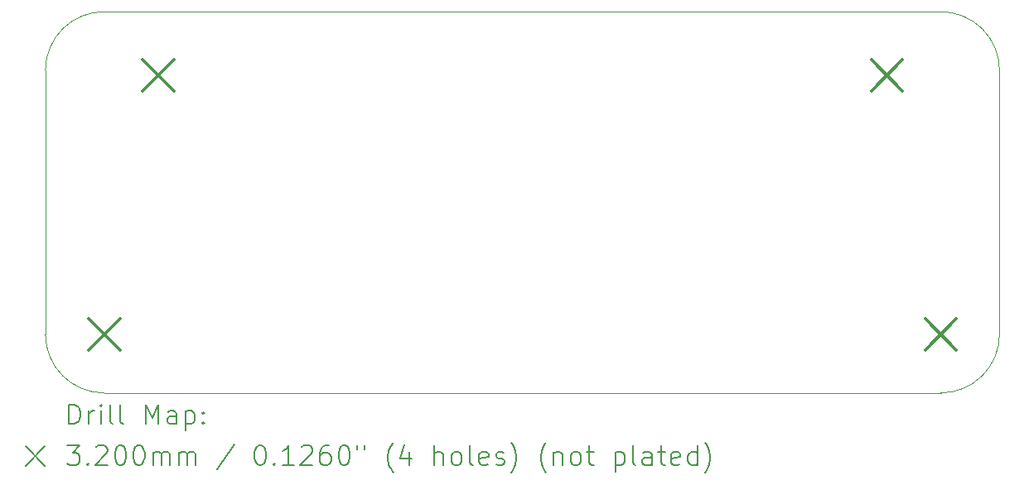
<source format=gbr>
%TF.GenerationSoftware,KiCad,Pcbnew,7.0.1*%
%TF.CreationDate,2023-08-26T14:00:44-05:00*%
%TF.ProjectId,Shift Register Mosfet Array V2,53686966-7420-4526-9567-697374657220,rev?*%
%TF.SameCoordinates,Original*%
%TF.FileFunction,Drillmap*%
%TF.FilePolarity,Positive*%
%FSLAX45Y45*%
G04 Gerber Fmt 4.5, Leading zero omitted, Abs format (unit mm)*
G04 Created by KiCad (PCBNEW 7.0.1) date 2023-08-26 14:00:44*
%MOMM*%
%LPD*%
G01*
G04 APERTURE LIST*
%ADD10C,0.100000*%
%ADD11C,0.200000*%
%ADD12C,0.320000*%
G04 APERTURE END LIST*
D10*
X15400000Y-12300000D02*
G75*
G03*
X16000000Y-11700000I0J600000D01*
G01*
X6850000Y-8400000D02*
G75*
G03*
X6250000Y-9000000I0J-600000D01*
G01*
X6250000Y-9000000D02*
X6250000Y-11700000D01*
X15400000Y-8400000D02*
X6850000Y-8400000D01*
X6850000Y-12300000D02*
X15400000Y-12300000D01*
X6250000Y-11700000D02*
G75*
G03*
X6850000Y-12300000I600000J0D01*
G01*
X16000000Y-9000000D02*
G75*
G03*
X15400000Y-8400000I-600000J0D01*
G01*
X16000000Y-11700000D02*
X16000000Y-9000000D01*
D11*
D12*
X6690000Y-11540000D02*
X7010000Y-11860000D01*
X7010000Y-11540000D02*
X6690000Y-11860000D01*
X7240000Y-8890000D02*
X7560000Y-9210000D01*
X7560000Y-8890000D02*
X7240000Y-9210000D01*
X14690000Y-8890000D02*
X15010000Y-9210000D01*
X15010000Y-8890000D02*
X14690000Y-9210000D01*
X15240000Y-11540000D02*
X15560000Y-11860000D01*
X15560000Y-11540000D02*
X15240000Y-11860000D01*
D11*
X6492619Y-12617524D02*
X6492619Y-12417524D01*
X6492619Y-12417524D02*
X6540238Y-12417524D01*
X6540238Y-12417524D02*
X6568809Y-12427048D01*
X6568809Y-12427048D02*
X6587857Y-12446095D01*
X6587857Y-12446095D02*
X6597381Y-12465143D01*
X6597381Y-12465143D02*
X6606905Y-12503238D01*
X6606905Y-12503238D02*
X6606905Y-12531809D01*
X6606905Y-12531809D02*
X6597381Y-12569905D01*
X6597381Y-12569905D02*
X6587857Y-12588952D01*
X6587857Y-12588952D02*
X6568809Y-12608000D01*
X6568809Y-12608000D02*
X6540238Y-12617524D01*
X6540238Y-12617524D02*
X6492619Y-12617524D01*
X6692619Y-12617524D02*
X6692619Y-12484190D01*
X6692619Y-12522286D02*
X6702143Y-12503238D01*
X6702143Y-12503238D02*
X6711667Y-12493714D01*
X6711667Y-12493714D02*
X6730714Y-12484190D01*
X6730714Y-12484190D02*
X6749762Y-12484190D01*
X6816428Y-12617524D02*
X6816428Y-12484190D01*
X6816428Y-12417524D02*
X6806905Y-12427048D01*
X6806905Y-12427048D02*
X6816428Y-12436571D01*
X6816428Y-12436571D02*
X6825952Y-12427048D01*
X6825952Y-12427048D02*
X6816428Y-12417524D01*
X6816428Y-12417524D02*
X6816428Y-12436571D01*
X6940238Y-12617524D02*
X6921190Y-12608000D01*
X6921190Y-12608000D02*
X6911667Y-12588952D01*
X6911667Y-12588952D02*
X6911667Y-12417524D01*
X7045000Y-12617524D02*
X7025952Y-12608000D01*
X7025952Y-12608000D02*
X7016428Y-12588952D01*
X7016428Y-12588952D02*
X7016428Y-12417524D01*
X7273571Y-12617524D02*
X7273571Y-12417524D01*
X7273571Y-12417524D02*
X7340238Y-12560381D01*
X7340238Y-12560381D02*
X7406905Y-12417524D01*
X7406905Y-12417524D02*
X7406905Y-12617524D01*
X7587857Y-12617524D02*
X7587857Y-12512762D01*
X7587857Y-12512762D02*
X7578333Y-12493714D01*
X7578333Y-12493714D02*
X7559286Y-12484190D01*
X7559286Y-12484190D02*
X7521190Y-12484190D01*
X7521190Y-12484190D02*
X7502143Y-12493714D01*
X7587857Y-12608000D02*
X7568809Y-12617524D01*
X7568809Y-12617524D02*
X7521190Y-12617524D01*
X7521190Y-12617524D02*
X7502143Y-12608000D01*
X7502143Y-12608000D02*
X7492619Y-12588952D01*
X7492619Y-12588952D02*
X7492619Y-12569905D01*
X7492619Y-12569905D02*
X7502143Y-12550857D01*
X7502143Y-12550857D02*
X7521190Y-12541333D01*
X7521190Y-12541333D02*
X7568809Y-12541333D01*
X7568809Y-12541333D02*
X7587857Y-12531809D01*
X7683095Y-12484190D02*
X7683095Y-12684190D01*
X7683095Y-12493714D02*
X7702143Y-12484190D01*
X7702143Y-12484190D02*
X7740238Y-12484190D01*
X7740238Y-12484190D02*
X7759286Y-12493714D01*
X7759286Y-12493714D02*
X7768809Y-12503238D01*
X7768809Y-12503238D02*
X7778333Y-12522286D01*
X7778333Y-12522286D02*
X7778333Y-12579428D01*
X7778333Y-12579428D02*
X7768809Y-12598476D01*
X7768809Y-12598476D02*
X7759286Y-12608000D01*
X7759286Y-12608000D02*
X7740238Y-12617524D01*
X7740238Y-12617524D02*
X7702143Y-12617524D01*
X7702143Y-12617524D02*
X7683095Y-12608000D01*
X7864048Y-12598476D02*
X7873571Y-12608000D01*
X7873571Y-12608000D02*
X7864048Y-12617524D01*
X7864048Y-12617524D02*
X7854524Y-12608000D01*
X7854524Y-12608000D02*
X7864048Y-12598476D01*
X7864048Y-12598476D02*
X7864048Y-12617524D01*
X7864048Y-12493714D02*
X7873571Y-12503238D01*
X7873571Y-12503238D02*
X7864048Y-12512762D01*
X7864048Y-12512762D02*
X7854524Y-12503238D01*
X7854524Y-12503238D02*
X7864048Y-12493714D01*
X7864048Y-12493714D02*
X7864048Y-12512762D01*
X6045000Y-12845000D02*
X6245000Y-13045000D01*
X6245000Y-12845000D02*
X6045000Y-13045000D01*
X6473571Y-12837524D02*
X6597381Y-12837524D01*
X6597381Y-12837524D02*
X6530714Y-12913714D01*
X6530714Y-12913714D02*
X6559286Y-12913714D01*
X6559286Y-12913714D02*
X6578333Y-12923238D01*
X6578333Y-12923238D02*
X6587857Y-12932762D01*
X6587857Y-12932762D02*
X6597381Y-12951809D01*
X6597381Y-12951809D02*
X6597381Y-12999428D01*
X6597381Y-12999428D02*
X6587857Y-13018476D01*
X6587857Y-13018476D02*
X6578333Y-13028000D01*
X6578333Y-13028000D02*
X6559286Y-13037524D01*
X6559286Y-13037524D02*
X6502143Y-13037524D01*
X6502143Y-13037524D02*
X6483095Y-13028000D01*
X6483095Y-13028000D02*
X6473571Y-13018476D01*
X6683095Y-13018476D02*
X6692619Y-13028000D01*
X6692619Y-13028000D02*
X6683095Y-13037524D01*
X6683095Y-13037524D02*
X6673571Y-13028000D01*
X6673571Y-13028000D02*
X6683095Y-13018476D01*
X6683095Y-13018476D02*
X6683095Y-13037524D01*
X6768809Y-12856571D02*
X6778333Y-12847048D01*
X6778333Y-12847048D02*
X6797381Y-12837524D01*
X6797381Y-12837524D02*
X6845000Y-12837524D01*
X6845000Y-12837524D02*
X6864048Y-12847048D01*
X6864048Y-12847048D02*
X6873571Y-12856571D01*
X6873571Y-12856571D02*
X6883095Y-12875619D01*
X6883095Y-12875619D02*
X6883095Y-12894667D01*
X6883095Y-12894667D02*
X6873571Y-12923238D01*
X6873571Y-12923238D02*
X6759286Y-13037524D01*
X6759286Y-13037524D02*
X6883095Y-13037524D01*
X7006905Y-12837524D02*
X7025952Y-12837524D01*
X7025952Y-12837524D02*
X7045000Y-12847048D01*
X7045000Y-12847048D02*
X7054524Y-12856571D01*
X7054524Y-12856571D02*
X7064048Y-12875619D01*
X7064048Y-12875619D02*
X7073571Y-12913714D01*
X7073571Y-12913714D02*
X7073571Y-12961333D01*
X7073571Y-12961333D02*
X7064048Y-12999428D01*
X7064048Y-12999428D02*
X7054524Y-13018476D01*
X7054524Y-13018476D02*
X7045000Y-13028000D01*
X7045000Y-13028000D02*
X7025952Y-13037524D01*
X7025952Y-13037524D02*
X7006905Y-13037524D01*
X7006905Y-13037524D02*
X6987857Y-13028000D01*
X6987857Y-13028000D02*
X6978333Y-13018476D01*
X6978333Y-13018476D02*
X6968809Y-12999428D01*
X6968809Y-12999428D02*
X6959286Y-12961333D01*
X6959286Y-12961333D02*
X6959286Y-12913714D01*
X6959286Y-12913714D02*
X6968809Y-12875619D01*
X6968809Y-12875619D02*
X6978333Y-12856571D01*
X6978333Y-12856571D02*
X6987857Y-12847048D01*
X6987857Y-12847048D02*
X7006905Y-12837524D01*
X7197381Y-12837524D02*
X7216429Y-12837524D01*
X7216429Y-12837524D02*
X7235476Y-12847048D01*
X7235476Y-12847048D02*
X7245000Y-12856571D01*
X7245000Y-12856571D02*
X7254524Y-12875619D01*
X7254524Y-12875619D02*
X7264048Y-12913714D01*
X7264048Y-12913714D02*
X7264048Y-12961333D01*
X7264048Y-12961333D02*
X7254524Y-12999428D01*
X7254524Y-12999428D02*
X7245000Y-13018476D01*
X7245000Y-13018476D02*
X7235476Y-13028000D01*
X7235476Y-13028000D02*
X7216429Y-13037524D01*
X7216429Y-13037524D02*
X7197381Y-13037524D01*
X7197381Y-13037524D02*
X7178333Y-13028000D01*
X7178333Y-13028000D02*
X7168809Y-13018476D01*
X7168809Y-13018476D02*
X7159286Y-12999428D01*
X7159286Y-12999428D02*
X7149762Y-12961333D01*
X7149762Y-12961333D02*
X7149762Y-12913714D01*
X7149762Y-12913714D02*
X7159286Y-12875619D01*
X7159286Y-12875619D02*
X7168809Y-12856571D01*
X7168809Y-12856571D02*
X7178333Y-12847048D01*
X7178333Y-12847048D02*
X7197381Y-12837524D01*
X7349762Y-13037524D02*
X7349762Y-12904190D01*
X7349762Y-12923238D02*
X7359286Y-12913714D01*
X7359286Y-12913714D02*
X7378333Y-12904190D01*
X7378333Y-12904190D02*
X7406905Y-12904190D01*
X7406905Y-12904190D02*
X7425952Y-12913714D01*
X7425952Y-12913714D02*
X7435476Y-12932762D01*
X7435476Y-12932762D02*
X7435476Y-13037524D01*
X7435476Y-12932762D02*
X7445000Y-12913714D01*
X7445000Y-12913714D02*
X7464048Y-12904190D01*
X7464048Y-12904190D02*
X7492619Y-12904190D01*
X7492619Y-12904190D02*
X7511667Y-12913714D01*
X7511667Y-12913714D02*
X7521190Y-12932762D01*
X7521190Y-12932762D02*
X7521190Y-13037524D01*
X7616429Y-13037524D02*
X7616429Y-12904190D01*
X7616429Y-12923238D02*
X7625952Y-12913714D01*
X7625952Y-12913714D02*
X7645000Y-12904190D01*
X7645000Y-12904190D02*
X7673571Y-12904190D01*
X7673571Y-12904190D02*
X7692619Y-12913714D01*
X7692619Y-12913714D02*
X7702143Y-12932762D01*
X7702143Y-12932762D02*
X7702143Y-13037524D01*
X7702143Y-12932762D02*
X7711667Y-12913714D01*
X7711667Y-12913714D02*
X7730714Y-12904190D01*
X7730714Y-12904190D02*
X7759286Y-12904190D01*
X7759286Y-12904190D02*
X7778333Y-12913714D01*
X7778333Y-12913714D02*
X7787857Y-12932762D01*
X7787857Y-12932762D02*
X7787857Y-13037524D01*
X8178333Y-12828000D02*
X8006905Y-13085143D01*
X8435476Y-12837524D02*
X8454524Y-12837524D01*
X8454524Y-12837524D02*
X8473572Y-12847048D01*
X8473572Y-12847048D02*
X8483095Y-12856571D01*
X8483095Y-12856571D02*
X8492619Y-12875619D01*
X8492619Y-12875619D02*
X8502143Y-12913714D01*
X8502143Y-12913714D02*
X8502143Y-12961333D01*
X8502143Y-12961333D02*
X8492619Y-12999428D01*
X8492619Y-12999428D02*
X8483095Y-13018476D01*
X8483095Y-13018476D02*
X8473572Y-13028000D01*
X8473572Y-13028000D02*
X8454524Y-13037524D01*
X8454524Y-13037524D02*
X8435476Y-13037524D01*
X8435476Y-13037524D02*
X8416429Y-13028000D01*
X8416429Y-13028000D02*
X8406905Y-13018476D01*
X8406905Y-13018476D02*
X8397381Y-12999428D01*
X8397381Y-12999428D02*
X8387857Y-12961333D01*
X8387857Y-12961333D02*
X8387857Y-12913714D01*
X8387857Y-12913714D02*
X8397381Y-12875619D01*
X8397381Y-12875619D02*
X8406905Y-12856571D01*
X8406905Y-12856571D02*
X8416429Y-12847048D01*
X8416429Y-12847048D02*
X8435476Y-12837524D01*
X8587857Y-13018476D02*
X8597381Y-13028000D01*
X8597381Y-13028000D02*
X8587857Y-13037524D01*
X8587857Y-13037524D02*
X8578334Y-13028000D01*
X8578334Y-13028000D02*
X8587857Y-13018476D01*
X8587857Y-13018476D02*
X8587857Y-13037524D01*
X8787857Y-13037524D02*
X8673572Y-13037524D01*
X8730714Y-13037524D02*
X8730714Y-12837524D01*
X8730714Y-12837524D02*
X8711667Y-12866095D01*
X8711667Y-12866095D02*
X8692619Y-12885143D01*
X8692619Y-12885143D02*
X8673572Y-12894667D01*
X8864048Y-12856571D02*
X8873572Y-12847048D01*
X8873572Y-12847048D02*
X8892619Y-12837524D01*
X8892619Y-12837524D02*
X8940238Y-12837524D01*
X8940238Y-12837524D02*
X8959286Y-12847048D01*
X8959286Y-12847048D02*
X8968810Y-12856571D01*
X8968810Y-12856571D02*
X8978334Y-12875619D01*
X8978334Y-12875619D02*
X8978334Y-12894667D01*
X8978334Y-12894667D02*
X8968810Y-12923238D01*
X8968810Y-12923238D02*
X8854524Y-13037524D01*
X8854524Y-13037524D02*
X8978334Y-13037524D01*
X9149762Y-12837524D02*
X9111667Y-12837524D01*
X9111667Y-12837524D02*
X9092619Y-12847048D01*
X9092619Y-12847048D02*
X9083095Y-12856571D01*
X9083095Y-12856571D02*
X9064048Y-12885143D01*
X9064048Y-12885143D02*
X9054524Y-12923238D01*
X9054524Y-12923238D02*
X9054524Y-12999428D01*
X9054524Y-12999428D02*
X9064048Y-13018476D01*
X9064048Y-13018476D02*
X9073572Y-13028000D01*
X9073572Y-13028000D02*
X9092619Y-13037524D01*
X9092619Y-13037524D02*
X9130715Y-13037524D01*
X9130715Y-13037524D02*
X9149762Y-13028000D01*
X9149762Y-13028000D02*
X9159286Y-13018476D01*
X9159286Y-13018476D02*
X9168810Y-12999428D01*
X9168810Y-12999428D02*
X9168810Y-12951809D01*
X9168810Y-12951809D02*
X9159286Y-12932762D01*
X9159286Y-12932762D02*
X9149762Y-12923238D01*
X9149762Y-12923238D02*
X9130715Y-12913714D01*
X9130715Y-12913714D02*
X9092619Y-12913714D01*
X9092619Y-12913714D02*
X9073572Y-12923238D01*
X9073572Y-12923238D02*
X9064048Y-12932762D01*
X9064048Y-12932762D02*
X9054524Y-12951809D01*
X9292619Y-12837524D02*
X9311667Y-12837524D01*
X9311667Y-12837524D02*
X9330715Y-12847048D01*
X9330715Y-12847048D02*
X9340238Y-12856571D01*
X9340238Y-12856571D02*
X9349762Y-12875619D01*
X9349762Y-12875619D02*
X9359286Y-12913714D01*
X9359286Y-12913714D02*
X9359286Y-12961333D01*
X9359286Y-12961333D02*
X9349762Y-12999428D01*
X9349762Y-12999428D02*
X9340238Y-13018476D01*
X9340238Y-13018476D02*
X9330715Y-13028000D01*
X9330715Y-13028000D02*
X9311667Y-13037524D01*
X9311667Y-13037524D02*
X9292619Y-13037524D01*
X9292619Y-13037524D02*
X9273572Y-13028000D01*
X9273572Y-13028000D02*
X9264048Y-13018476D01*
X9264048Y-13018476D02*
X9254524Y-12999428D01*
X9254524Y-12999428D02*
X9245000Y-12961333D01*
X9245000Y-12961333D02*
X9245000Y-12913714D01*
X9245000Y-12913714D02*
X9254524Y-12875619D01*
X9254524Y-12875619D02*
X9264048Y-12856571D01*
X9264048Y-12856571D02*
X9273572Y-12847048D01*
X9273572Y-12847048D02*
X9292619Y-12837524D01*
X9435476Y-12837524D02*
X9435476Y-12875619D01*
X9511667Y-12837524D02*
X9511667Y-12875619D01*
X9806905Y-13113714D02*
X9797381Y-13104190D01*
X9797381Y-13104190D02*
X9778334Y-13075619D01*
X9778334Y-13075619D02*
X9768810Y-13056571D01*
X9768810Y-13056571D02*
X9759286Y-13028000D01*
X9759286Y-13028000D02*
X9749762Y-12980381D01*
X9749762Y-12980381D02*
X9749762Y-12942286D01*
X9749762Y-12942286D02*
X9759286Y-12894667D01*
X9759286Y-12894667D02*
X9768810Y-12866095D01*
X9768810Y-12866095D02*
X9778334Y-12847048D01*
X9778334Y-12847048D02*
X9797381Y-12818476D01*
X9797381Y-12818476D02*
X9806905Y-12808952D01*
X9968810Y-12904190D02*
X9968810Y-13037524D01*
X9921191Y-12828000D02*
X9873572Y-12970857D01*
X9873572Y-12970857D02*
X9997381Y-12970857D01*
X10225953Y-13037524D02*
X10225953Y-12837524D01*
X10311667Y-13037524D02*
X10311667Y-12932762D01*
X10311667Y-12932762D02*
X10302143Y-12913714D01*
X10302143Y-12913714D02*
X10283096Y-12904190D01*
X10283096Y-12904190D02*
X10254524Y-12904190D01*
X10254524Y-12904190D02*
X10235477Y-12913714D01*
X10235477Y-12913714D02*
X10225953Y-12923238D01*
X10435477Y-13037524D02*
X10416429Y-13028000D01*
X10416429Y-13028000D02*
X10406905Y-13018476D01*
X10406905Y-13018476D02*
X10397381Y-12999428D01*
X10397381Y-12999428D02*
X10397381Y-12942286D01*
X10397381Y-12942286D02*
X10406905Y-12923238D01*
X10406905Y-12923238D02*
X10416429Y-12913714D01*
X10416429Y-12913714D02*
X10435477Y-12904190D01*
X10435477Y-12904190D02*
X10464048Y-12904190D01*
X10464048Y-12904190D02*
X10483096Y-12913714D01*
X10483096Y-12913714D02*
X10492619Y-12923238D01*
X10492619Y-12923238D02*
X10502143Y-12942286D01*
X10502143Y-12942286D02*
X10502143Y-12999428D01*
X10502143Y-12999428D02*
X10492619Y-13018476D01*
X10492619Y-13018476D02*
X10483096Y-13028000D01*
X10483096Y-13028000D02*
X10464048Y-13037524D01*
X10464048Y-13037524D02*
X10435477Y-13037524D01*
X10616429Y-13037524D02*
X10597381Y-13028000D01*
X10597381Y-13028000D02*
X10587858Y-13008952D01*
X10587858Y-13008952D02*
X10587858Y-12837524D01*
X10768810Y-13028000D02*
X10749762Y-13037524D01*
X10749762Y-13037524D02*
X10711667Y-13037524D01*
X10711667Y-13037524D02*
X10692619Y-13028000D01*
X10692619Y-13028000D02*
X10683096Y-13008952D01*
X10683096Y-13008952D02*
X10683096Y-12932762D01*
X10683096Y-12932762D02*
X10692619Y-12913714D01*
X10692619Y-12913714D02*
X10711667Y-12904190D01*
X10711667Y-12904190D02*
X10749762Y-12904190D01*
X10749762Y-12904190D02*
X10768810Y-12913714D01*
X10768810Y-12913714D02*
X10778334Y-12932762D01*
X10778334Y-12932762D02*
X10778334Y-12951809D01*
X10778334Y-12951809D02*
X10683096Y-12970857D01*
X10854524Y-13028000D02*
X10873572Y-13037524D01*
X10873572Y-13037524D02*
X10911667Y-13037524D01*
X10911667Y-13037524D02*
X10930715Y-13028000D01*
X10930715Y-13028000D02*
X10940239Y-13008952D01*
X10940239Y-13008952D02*
X10940239Y-12999428D01*
X10940239Y-12999428D02*
X10930715Y-12980381D01*
X10930715Y-12980381D02*
X10911667Y-12970857D01*
X10911667Y-12970857D02*
X10883096Y-12970857D01*
X10883096Y-12970857D02*
X10864048Y-12961333D01*
X10864048Y-12961333D02*
X10854524Y-12942286D01*
X10854524Y-12942286D02*
X10854524Y-12932762D01*
X10854524Y-12932762D02*
X10864048Y-12913714D01*
X10864048Y-12913714D02*
X10883096Y-12904190D01*
X10883096Y-12904190D02*
X10911667Y-12904190D01*
X10911667Y-12904190D02*
X10930715Y-12913714D01*
X11006905Y-13113714D02*
X11016429Y-13104190D01*
X11016429Y-13104190D02*
X11035477Y-13075619D01*
X11035477Y-13075619D02*
X11045000Y-13056571D01*
X11045000Y-13056571D02*
X11054524Y-13028000D01*
X11054524Y-13028000D02*
X11064048Y-12980381D01*
X11064048Y-12980381D02*
X11064048Y-12942286D01*
X11064048Y-12942286D02*
X11054524Y-12894667D01*
X11054524Y-12894667D02*
X11045000Y-12866095D01*
X11045000Y-12866095D02*
X11035477Y-12847048D01*
X11035477Y-12847048D02*
X11016429Y-12818476D01*
X11016429Y-12818476D02*
X11006905Y-12808952D01*
X11368810Y-13113714D02*
X11359286Y-13104190D01*
X11359286Y-13104190D02*
X11340238Y-13075619D01*
X11340238Y-13075619D02*
X11330715Y-13056571D01*
X11330715Y-13056571D02*
X11321191Y-13028000D01*
X11321191Y-13028000D02*
X11311667Y-12980381D01*
X11311667Y-12980381D02*
X11311667Y-12942286D01*
X11311667Y-12942286D02*
X11321191Y-12894667D01*
X11321191Y-12894667D02*
X11330715Y-12866095D01*
X11330715Y-12866095D02*
X11340238Y-12847048D01*
X11340238Y-12847048D02*
X11359286Y-12818476D01*
X11359286Y-12818476D02*
X11368810Y-12808952D01*
X11445000Y-12904190D02*
X11445000Y-13037524D01*
X11445000Y-12923238D02*
X11454524Y-12913714D01*
X11454524Y-12913714D02*
X11473572Y-12904190D01*
X11473572Y-12904190D02*
X11502143Y-12904190D01*
X11502143Y-12904190D02*
X11521191Y-12913714D01*
X11521191Y-12913714D02*
X11530715Y-12932762D01*
X11530715Y-12932762D02*
X11530715Y-13037524D01*
X11654524Y-13037524D02*
X11635477Y-13028000D01*
X11635477Y-13028000D02*
X11625953Y-13018476D01*
X11625953Y-13018476D02*
X11616429Y-12999428D01*
X11616429Y-12999428D02*
X11616429Y-12942286D01*
X11616429Y-12942286D02*
X11625953Y-12923238D01*
X11625953Y-12923238D02*
X11635477Y-12913714D01*
X11635477Y-12913714D02*
X11654524Y-12904190D01*
X11654524Y-12904190D02*
X11683096Y-12904190D01*
X11683096Y-12904190D02*
X11702143Y-12913714D01*
X11702143Y-12913714D02*
X11711667Y-12923238D01*
X11711667Y-12923238D02*
X11721191Y-12942286D01*
X11721191Y-12942286D02*
X11721191Y-12999428D01*
X11721191Y-12999428D02*
X11711667Y-13018476D01*
X11711667Y-13018476D02*
X11702143Y-13028000D01*
X11702143Y-13028000D02*
X11683096Y-13037524D01*
X11683096Y-13037524D02*
X11654524Y-13037524D01*
X11778334Y-12904190D02*
X11854524Y-12904190D01*
X11806905Y-12837524D02*
X11806905Y-13008952D01*
X11806905Y-13008952D02*
X11816429Y-13028000D01*
X11816429Y-13028000D02*
X11835477Y-13037524D01*
X11835477Y-13037524D02*
X11854524Y-13037524D01*
X12073572Y-12904190D02*
X12073572Y-13104190D01*
X12073572Y-12913714D02*
X12092619Y-12904190D01*
X12092619Y-12904190D02*
X12130715Y-12904190D01*
X12130715Y-12904190D02*
X12149762Y-12913714D01*
X12149762Y-12913714D02*
X12159286Y-12923238D01*
X12159286Y-12923238D02*
X12168810Y-12942286D01*
X12168810Y-12942286D02*
X12168810Y-12999428D01*
X12168810Y-12999428D02*
X12159286Y-13018476D01*
X12159286Y-13018476D02*
X12149762Y-13028000D01*
X12149762Y-13028000D02*
X12130715Y-13037524D01*
X12130715Y-13037524D02*
X12092619Y-13037524D01*
X12092619Y-13037524D02*
X12073572Y-13028000D01*
X12283096Y-13037524D02*
X12264048Y-13028000D01*
X12264048Y-13028000D02*
X12254524Y-13008952D01*
X12254524Y-13008952D02*
X12254524Y-12837524D01*
X12445000Y-13037524D02*
X12445000Y-12932762D01*
X12445000Y-12932762D02*
X12435477Y-12913714D01*
X12435477Y-12913714D02*
X12416429Y-12904190D01*
X12416429Y-12904190D02*
X12378334Y-12904190D01*
X12378334Y-12904190D02*
X12359286Y-12913714D01*
X12445000Y-13028000D02*
X12425953Y-13037524D01*
X12425953Y-13037524D02*
X12378334Y-13037524D01*
X12378334Y-13037524D02*
X12359286Y-13028000D01*
X12359286Y-13028000D02*
X12349762Y-13008952D01*
X12349762Y-13008952D02*
X12349762Y-12989905D01*
X12349762Y-12989905D02*
X12359286Y-12970857D01*
X12359286Y-12970857D02*
X12378334Y-12961333D01*
X12378334Y-12961333D02*
X12425953Y-12961333D01*
X12425953Y-12961333D02*
X12445000Y-12951809D01*
X12511667Y-12904190D02*
X12587858Y-12904190D01*
X12540239Y-12837524D02*
X12540239Y-13008952D01*
X12540239Y-13008952D02*
X12549762Y-13028000D01*
X12549762Y-13028000D02*
X12568810Y-13037524D01*
X12568810Y-13037524D02*
X12587858Y-13037524D01*
X12730715Y-13028000D02*
X12711667Y-13037524D01*
X12711667Y-13037524D02*
X12673572Y-13037524D01*
X12673572Y-13037524D02*
X12654524Y-13028000D01*
X12654524Y-13028000D02*
X12645000Y-13008952D01*
X12645000Y-13008952D02*
X12645000Y-12932762D01*
X12645000Y-12932762D02*
X12654524Y-12913714D01*
X12654524Y-12913714D02*
X12673572Y-12904190D01*
X12673572Y-12904190D02*
X12711667Y-12904190D01*
X12711667Y-12904190D02*
X12730715Y-12913714D01*
X12730715Y-12913714D02*
X12740239Y-12932762D01*
X12740239Y-12932762D02*
X12740239Y-12951809D01*
X12740239Y-12951809D02*
X12645000Y-12970857D01*
X12911667Y-13037524D02*
X12911667Y-12837524D01*
X12911667Y-13028000D02*
X12892620Y-13037524D01*
X12892620Y-13037524D02*
X12854524Y-13037524D01*
X12854524Y-13037524D02*
X12835477Y-13028000D01*
X12835477Y-13028000D02*
X12825953Y-13018476D01*
X12825953Y-13018476D02*
X12816429Y-12999428D01*
X12816429Y-12999428D02*
X12816429Y-12942286D01*
X12816429Y-12942286D02*
X12825953Y-12923238D01*
X12825953Y-12923238D02*
X12835477Y-12913714D01*
X12835477Y-12913714D02*
X12854524Y-12904190D01*
X12854524Y-12904190D02*
X12892620Y-12904190D01*
X12892620Y-12904190D02*
X12911667Y-12913714D01*
X12987858Y-13113714D02*
X12997381Y-13104190D01*
X12997381Y-13104190D02*
X13016429Y-13075619D01*
X13016429Y-13075619D02*
X13025953Y-13056571D01*
X13025953Y-13056571D02*
X13035477Y-13028000D01*
X13035477Y-13028000D02*
X13045000Y-12980381D01*
X13045000Y-12980381D02*
X13045000Y-12942286D01*
X13045000Y-12942286D02*
X13035477Y-12894667D01*
X13035477Y-12894667D02*
X13025953Y-12866095D01*
X13025953Y-12866095D02*
X13016429Y-12847048D01*
X13016429Y-12847048D02*
X12997381Y-12818476D01*
X12997381Y-12818476D02*
X12987858Y-12808952D01*
M02*

</source>
